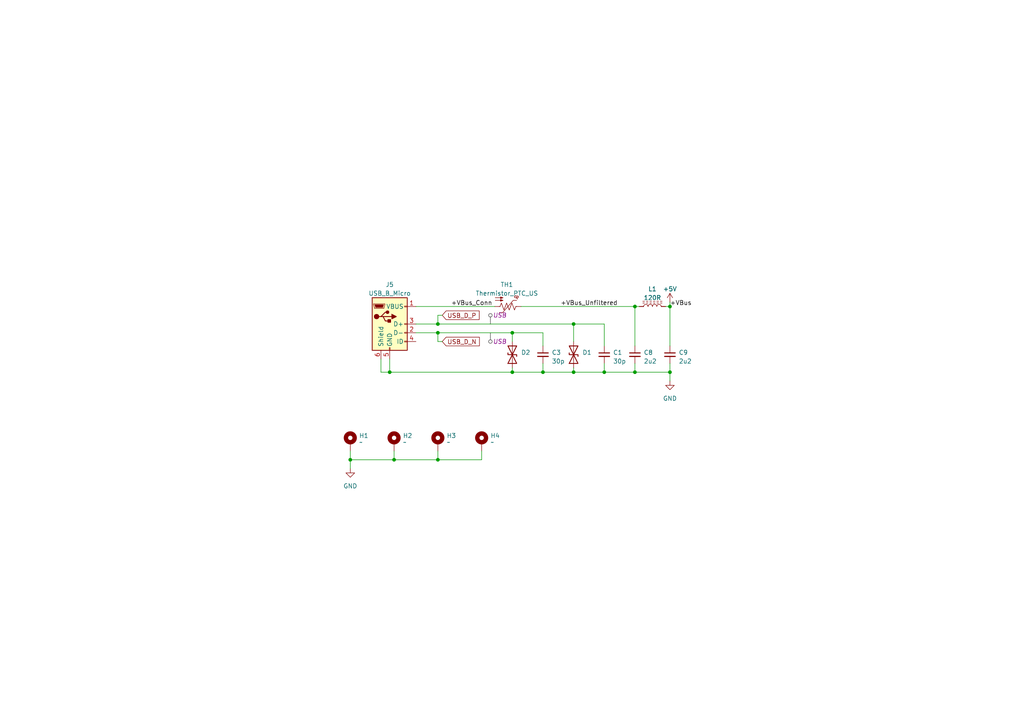
<source format=kicad_sch>
(kicad_sch (version 20250114) (generator "eeschema") (generator_version "9.0")
  (paper "A4")
  (lib_symbols
    (symbol "Connector:USB_B_Micro" (pin_names (offset 1.016))
      (property "Reference" "J" (at -5.08 11.43 0))
      (property "Value" "USB_B_Micro" (at -5.08 8.89 0))
      (symbol "USB_B_Micro_0_1"
        (rectangle (start -5.08 -7.62) (end 5.08 7.62) (stroke (width 0.254)) (fill (type background)))
        (polyline (pts (xy -4.699 5.842) (xy -4.699 5.588) (xy -4.445 4.826) (xy -4.445 4.572) (xy -1.651 4.572) (xy -1.651 4.826) (xy -1.397 5.588) (xy -1.397 5.842) (xy -4.699 5.842)))
        (polyline (pts (xy -4.318 5.588) (xy -1.778 5.588) (xy -2.032 4.826) (xy -4.064 4.826) (xy -4.318 5.588)) (fill (type outline)))
        (circle (center -3.81 2.159) (radius 0.635) (stroke (width 0.254)) (fill (type outline)))
        (polyline (pts (xy -3.175 2.159) (xy -2.54 2.159) (xy -1.27 3.429) (xy -0.635 3.429)) (stroke (width 0.254)))
        (polyline (pts (xy -2.54 2.159) (xy -1.905 2.159) (xy -1.27 0.889) (xy 0 0.889)) (stroke (width 0.254)))
        (polyline (pts (xy -1.905 2.159) (xy 0.635 2.159)) (stroke (width 0.254)))
        (circle (center -0.635 3.429) (radius 0.381) (stroke (width 0.254)) (fill (type outline)))
        (rectangle (start -0.127 -7.62) (end 0.127 -6.858))
        (rectangle (start 0.254 1.27) (end -0.508 0.508) (stroke (width 0.254)) (fill (type outline)))
        (polyline (pts (xy 0.635 2.794) (xy 0.635 1.524) (xy 1.905 2.159) (xy 0.635 2.794)) (stroke (width 0.254)) (fill (type outline)))
        (rectangle (start 5.08 4.953) (end 4.318 5.207))
        (rectangle (start 5.08 -0.127) (end 4.318 0.127))
        (rectangle (start 5.08 -2.667) (end 4.318 -2.413))
        (rectangle (start 5.08 -5.207) (end 4.318 -4.953))
      )
      (symbol "USB_B_Micro_1_1"
        (pin passive line (at -2.54 -10.16 90) (length 2.54) (name "Shield") (number "6"))
        (pin power_out line (at 0 -10.16 90) (length 2.54) (name "GND") (number "5"))
        (pin power_out line (at 7.62 5.08 180) (length 2.54) (name "VBUS") (number "1"))
        (pin bidirectional line (at 7.62 0 180) (length 2.54) (name "D+") (number "3"))
        (pin bidirectional line (at 7.62 -2.54 180) (length 2.54) (name "D-") (number "2"))
        (pin passive line (at 7.62 -5.08 180) (length 2.54) (name "ID") (number "4"))
      )
    )
    (symbol "Device:C_Small" (pin_numbers (hide yes)) (pin_names (offset 0.254) (hide yes))
      (property "Reference" "C" (at 0.254 1.778 0))
      (property "Value" "C_Small" (at 0.254 -2.032 0))
      (symbol "C_Small_0_1"
        (polyline (pts (xy -1.524 0.508) (xy 1.524 0.508)) (stroke (width 0.3048)))
        (polyline (pts (xy -1.524 -0.508) (xy 1.524 -0.508)) (stroke (width 0.3302)))
      )
      (symbol "C_Small_1_1"
        (pin passive line (at 0 2.54 270) (length 2.032) (name "~") (number "1"))
        (pin passive line (at 0 -2.54 90) (length 2.032) (name "~") (number "2"))
      )
    )
    (symbol "Device:D_TVS" (pin_numbers (hide yes)) (pin_names (offset 1.016) (hide yes))
      (property "Reference" "D" (at 0 2.54 0))
      (property "Value" "D_TVS" (at 0 -2.54 0))
      (symbol "D_TVS_0_1"
        (polyline (pts (xy -2.54 1.27) (xy -2.54 -1.27) (xy 2.54 1.27) (xy 2.54 -1.27) (xy -2.54 1.27)) (stroke (width 0.254)))
        (polyline (pts (xy 0.508 1.27) (xy 0 1.27) (xy 0 -1.27) (xy -0.508 -1.27)) (stroke (width 0.254)))
        (polyline (pts (xy 1.27 0) (xy -1.27 0)))
      )
      (symbol "D_TVS_1_1"
        (pin passive line (at -3.81 0 0) (length 2.54) (name "A1") (number "1"))
        (pin passive line (at 3.81 0 180) (length 2.54) (name "A2") (number "2"))
      )
    )
    (symbol "Device:L_Ferrite" (pin_numbers (hide yes)) (pin_names (offset 1.016) (hide yes))
      (property "Reference" "L" (at -1.27 0 90))
      (property "Value" "L_Ferrite" (at 2.794 0 90))
      (symbol "L_Ferrite_0_1"
        (arc (start 0 2.54) (mid 0.6323 1.905) (end 0 1.27))
        (arc (start 0 1.27) (mid 0.6323 0.635) (end 0 0))
        (arc (start 0 0) (mid 0.6323 -0.635) (end 0 -1.27))
        (arc (start 0 -1.27) (mid 0.6323 -1.905) (end 0 -2.54))
        (polyline (pts (xy 1.016 2.286) (xy 1.016 2.794)))
        (polyline (pts (xy 1.016 1.27) (xy 1.016 1.778)))
        (polyline (pts (xy 1.016 0.254) (xy 1.016 0.762)))
        (polyline (pts (xy 1.016 -0.762) (xy 1.016 -0.254)))
        (polyline (pts (xy 1.016 -1.778) (xy 1.016 -1.27)))
        (polyline (pts (xy 1.016 -2.794) (xy 1.016 -2.286)))
        (polyline (pts (xy 1.524 2.794) (xy 1.524 2.286)))
        (polyline (pts (xy 1.524 1.778) (xy 1.524 1.27)))
        (polyline (pts (xy 1.524 0.762) (xy 1.524 0.254)))
        (polyline (pts (xy 1.524 -0.254) (xy 1.524 -0.762)))
        (polyline (pts (xy 1.524 -1.27) (xy 1.524 -1.778)))
        (polyline (pts (xy 1.524 -2.286) (xy 1.524 -2.794)))
      )
      (symbol "L_Ferrite_1_1"
        (pin passive line (at 0 3.81 270) (length 1.27) (name "1") (number "1"))
        (pin passive line (at 0 -3.81 90) (length 1.27) (name "2") (number "2"))
      )
    )
    (symbol "Device:Thermistor_PTC_US" (pin_numbers (hide yes)) (pin_names (offset 0))
      (property "Reference" "TH" (at -4.064 0 90))
      (property "Value" "Thermistor_PTC_US" (at 3.048 0 90))
      (symbol "Thermistor_PTC_US_0_1"
        (arc (start -3.175 2.413) (mid -3.0506 2.3165) (end -3.048 2.159))
        (arc (start -3.048 2.794) (mid -2.9736 2.9736) (end -2.794 3.048))
        (arc (start -2.794 3.048) (mid -2.6144 2.9736) (end -2.54 2.794))
        (arc (start -2.794 2.54) (mid -2.9736 2.6144) (end -3.048 2.794))
        (arc (start -2.794 1.905) (mid -2.9736 1.9794) (end -3.048 2.159))
        (arc (start -2.54 2.159) (mid -2.6144 1.9794) (end -2.794 1.905))
        (arc (start -2.159 2.794) (mid -2.434 2.5608) (end -2.794 2.54))
        (polyline (pts (xy -2.54 2.159) (xy -2.54 2.794)))
        (polyline (pts (xy -2.54 -3.683) (xy -2.54 -1.397) (xy -2.794 -2.159) (xy -2.286 -2.159) (xy -2.54 -1.397) (xy -2.54 -1.651)) (fill (type outline)))
        (polyline (pts (xy -1.778 2.54) (xy -1.778 1.524) (xy 1.778 -1.524) (xy 1.778 -2.54)))
        (polyline (pts (xy -1.778 -3.683) (xy -1.778 -1.397) (xy -2.032 -2.159) (xy -1.524 -2.159) (xy -1.778 -1.397) (xy -1.778 -1.651)) (fill (type outline)))
        (polyline (pts (xy 0 2.286) (xy 0 2.54)))
        (polyline (pts (xy 0 2.286) (xy 1.016 1.905) (xy 0 1.524) (xy -1.016 1.143) (xy 0 0.762)))
        (polyline (pts (xy 0 0.762) (xy 1.016 0.381) (xy 0 0) (xy -1.016 -0.381) (xy 0 -0.762)))
        (polyline (pts (xy 0 -0.762) (xy 1.016 -1.143) (xy 0 -1.524) (xy -1.016 -1.905) (xy 0 -2.286)))
        (polyline (pts (xy 0 -2.286) (xy 0 -2.54)))
      )
      (symbol "Thermistor_PTC_US_1_1"
        (pin passive line (at 0 3.81 270) (length 1.27) (name "~") (number "1"))
        (pin passive line (at 0 -3.81 90) (length 1.27) (name "~") (number "2"))
      )
    )
    (symbol "Mechanical:MountingHole_Pad" (pin_numbers (hide yes)) (pin_names (offset 1.016) (hide yes)) (exclude_from_sim yes) (in_bom no)
      (property "Reference" "H" (at 0 6.35 0))
      (property "Value" "MountingHole_Pad" (at 0 4.445 0))
      (symbol "MountingHole_Pad_0_1"
        (circle (center 0 1.27) (radius 1.27) (stroke (width 1.27)))
      )
      (symbol "MountingHole_Pad_1_1"
        (pin input line (at 0 -2.54 90) (length 2.54) (name "1") (number "1"))
      )
    )
    (symbol "power:+5V" (power) (pin_names (offset 0))
      (property "Value" "+5V" (at 0 3.556 0))
      (symbol "+5V_0_1"
        (polyline (pts (xy -0.762 1.27) (xy 0 2.54)))
        (polyline (pts (xy 0 2.54) (xy 0.762 1.27)))
        (polyline (pts (xy 0 0) (xy 0 2.54)))
      )
      (symbol "+5V_1_1"
        (pin power_in line (at 0 0 90) (length 0) (hide yes) (name "+5V") (number "1"))
      )
    )
    (symbol "power:GND" (power) (pin_names (offset 0))
      (property "Value" "GND" (at 0 -3.81 0))
      (symbol "GND_0_1"
        (polyline (pts (xy 0 0) (xy 0 -1.27) (xy 1.27 -1.27) (xy 0 -2.54) (xy -1.27 -1.27) (xy 0 -1.27)))
      )
      (symbol "GND_1_1"
        (pin power_in line (at 0 0 270) (length 0) (hide yes) (name "GND") (number "1"))
      )
    )
  )
  (junction (at 184.15 88.9))
  (junction (at 113.03 107.95))
  (junction (at 175.26 107.95))
  (junction (at 166.37 107.95))
  (junction (at 148.59 107.95))
  (junction (at 184.15 107.95))
  (junction (at 127 93.98))
  (junction (at 194.31 88.9))
  (junction (at 157.48 107.95))
  (junction (at 127 96.52))
  (junction (at 166.37 93.98))
  (junction (at 114.3 133.35))
  (junction (at 127 133.35))
  (junction (at 101.6 133.35))
  (junction (at 194.31 107.95))
  (junction (at 148.59 96.52))
  (wire (pts (xy 113.03 107.95) (xy 148.59 107.95)))
  (wire (pts (xy 127 96.52) (xy 148.59 96.52)))
  (wire (pts (xy 101.6 133.35) (xy 101.6 135.89)))
  (wire (pts (xy 193.04 88.9) (xy 194.31 88.9)))
  (wire (pts (xy 184.15 88.9) (xy 185.42 88.9)))
  (wire (pts (xy 114.3 133.35) (xy 101.6 133.35)))
  (wire (pts (xy 184.15 107.95) (xy 184.15 105.41)))
  (wire (pts (xy 113.03 107.95) (xy 113.03 104.14)))
  (wire (pts (xy 139.7 130.81) (xy 139.7 133.35)))
  (wire (pts (xy 157.48 107.95) (xy 148.59 107.95)))
  (wire (pts (xy 120.65 96.52) (xy 127 96.52)))
  (wire (pts (xy 139.7 133.35) (xy 127 133.35)))
  (wire (pts (xy 157.48 96.52) (xy 157.48 100.33)))
  (wire (pts (xy 175.26 93.98) (xy 175.26 100.33)))
  (wire (pts (xy 166.37 107.95) (xy 157.48 107.95)))
  (wire (pts (xy 127 96.52) (xy 127 99.06)))
  (wire (pts (xy 101.6 130.81) (xy 101.6 133.35)))
  (wire (pts (xy 120.65 93.98) (xy 127 93.98)))
  (wire (pts (xy 184.15 88.9) (xy 184.15 100.33)))
  (wire (pts (xy 127 91.44) (xy 127 93.98)))
  (wire (pts (xy 194.31 107.95) (xy 194.31 105.41)))
  (wire (pts (xy 148.59 96.52) (xy 148.59 99.06)))
  (wire (pts (xy 175.26 107.95) (xy 166.37 107.95)))
  (wire (pts (xy 184.15 107.95) (xy 194.31 107.95)))
  (wire (pts (xy 157.48 105.41) (xy 157.48 107.95)))
  (wire (pts (xy 120.65 88.9) (xy 143.51 88.9)))
  (wire (pts (xy 194.31 107.95) (xy 194.31 110.49)))
  (wire (pts (xy 127 133.35) (xy 114.3 133.35)))
  (wire (pts (xy 166.37 106.68) (xy 166.37 107.95)))
  (wire (pts (xy 127 93.98) (xy 166.37 93.98)))
  (wire (pts (xy 151.13 88.9) (xy 184.15 88.9)))
  (wire (pts (xy 194.31 87.63) (xy 194.31 88.9)))
  (wire (pts (xy 175.26 105.41) (xy 175.26 107.95)))
  (wire (pts (xy 127 130.81) (xy 127 133.35)))
  (wire (pts (xy 148.59 96.52) (xy 157.48 96.52)))
  (wire (pts (xy 184.15 107.95) (xy 175.26 107.95)))
  (wire (pts (xy 194.31 88.9) (xy 194.31 100.33)))
  (wire (pts (xy 110.49 104.14) (xy 110.49 107.95)))
  (wire (pts (xy 148.59 106.68) (xy 148.59 107.95)))
  (wire (pts (xy 128.27 91.44) (xy 127 91.44)))
  (wire (pts (xy 114.3 130.81) (xy 114.3 133.35)))
  (wire (pts (xy 166.37 93.98) (xy 175.26 93.98)))
  (wire (pts (xy 166.37 93.98) (xy 166.37 99.06)))
  (wire (pts (xy 128.27 99.06) (xy 127 99.06)))
  (wire (pts (xy 110.49 107.95) (xy 113.03 107.95)))
  (label "+VBus_Unfiltered" (at 162.56 88.9 0))
  (label "+VBus" (at 194.31 88.9 0))
  (label "+VBus_Conn" (at 130.81 88.9 0))
  (global_label "USB_D_P" (shape input) (at 128.27 91.44 0) (property "Intersheetrefs" "${INTERSHEET_REFS}" (effects (hide yes))))
  (global_label "USB_D_N" (shape input) (at 128.27 99.06 0) (property "Intersheetrefs" "${INTERSHEET_REFS}" (effects (hide yes))))
  (netclass_flag "" (length 2.54) (shape round) (at 142.24 93.98 0) (property "Netclass" "USB" (at 142.9385 91.44 0) (effects (font (italic yes)) (justify left))))
  (netclass_flag "" (length 2.54) (shape round) (at 142.24 96.52 180) (property "Netclass" "USB" (at 142.9385 99.06 0) (effects (font (italic yes)) (justify left))))
  (symbol (lib_id "Mechanical:MountingHole_Pad") (at 114.3 128.27 0) (unit 1) (exclude_from_sim yes) (in_bom no)
    (property "Reference" "H2" (at 116.84 126.3649 0) (effects (justify left)))
    (property "Value" "~" (at 116.84 128.27 0) (effects (justify left)))
    (property "Footprint" "MountingHole:MountingHole_2.7mm_M2.5_DIN965_Pad" (effects (hide yes)))
    (property "Description" "Mounting Hole with connection" (effects (hide yes)))
  )
  (symbol (lib_id "Device:D_TVS") (at 148.59 102.87 90) (unit 1)
    (property "Reference" "D2" (at 151.13 102.235 90) (effects (justify right)))
    (property "Value" "0603ESDA-MLP7" (effects (hide yes)))
    (property "Footprint" "Diode_SMD:D_0603_1608Metric_Pad1.05x0.95mm_HandSolder" (effects (hide yes)))
  )
  (symbol (lib_id "power:GND") (at 194.31 110.49 0) (unit 1)
    (property "Reference" "#PWR021" (effects (hide yes)))
    (property "Value" "GND" (at 194.31 115.57 0))
  )
  (symbol (lib_id "Device:D_TVS") (at 166.37 102.87 90) (unit 1)
    (property "Reference" "D1" (at 168.91 102.235 90) (effects (justify right)))
    (property "Value" "0603ESDA-MLP7" (effects (hide yes)))
    (property "Footprint" "Diode_SMD:D_0603_1608Metric_Pad1.05x0.95mm_HandSolder" (effects (hide yes)))
  )
  (symbol (lib_id "Connector:USB_B_Micro") (at 113.03 93.98 0) (unit 1)
    (property "Reference" "J5" (at 113.03 82.55 0))
    (property "Value" "USB_B_Micro" (at 113.03 85.09 0))
    (property "Footprint" "Connector_USB:USB_Micro-B_Amphenol_10118193-0001LF_Horizontal" (effects (hide yes)))
    (property "Description" "USB Micro Type B connector" (effects (hide yes)))
  )
  (symbol (lib_id "Mechanical:MountingHole_Pad") (at 127 128.27 0) (unit 1) (exclude_from_sim yes) (in_bom no)
    (property "Reference" "H3" (at 129.54 126.3649 0) (effects (justify left)))
    (property "Value" "~" (at 129.54 128.27 0) (effects (justify left)))
    (property "Footprint" "MountingHole:MountingHole_2.7mm_M2.5_DIN965_Pad" (effects (hide yes)))
    (property "Description" "Mounting Hole with connection" (effects (hide yes)))
  )
  (symbol (lib_id "Device:C_Small") (at 184.15 102.87 0) (unit 1)
    (property "Reference" "C8" (at 186.69 102.2413 0) (effects (justify left)))
    (property "Value" "2u2" (at 186.69 104.7813 0) (effects (justify left)))
    (property "Footprint" "Capacitor_SMD:C_1206_3216Metric_Pad1.33x1.80mm_HandSolder" (effects (hide yes)))
  )
  (symbol (lib_id "Device:C_Small") (at 175.26 102.87 0) (unit 1)
    (property "Reference" "C1" (at 177.8 102.2413 0) (effects (justify left)))
    (property "Value" "30p" (at 177.8 104.7813 0) (effects (justify left)))
    (property "Footprint" "Capacitor_SMD:C_1206_3216Metric_Pad1.33x1.80mm_HandSolder" (effects (hide yes)))
  )
  (symbol (lib_id "power:GND") (at 101.6 135.89 0) (unit 1)
    (property "Reference" "#PWR03" (effects (hide yes)))
    (property "Value" "GND" (at 101.6 140.97 0))
  )
  (symbol (lib_id "Device:L_Ferrite") (at 189.23 88.9 90) (unit 1)
    (property "Reference" "L1" (at 189.23 83.82 90))
    (property "Value" "120R" (at 189.23 86.36 90))
    (property "Footprint" "Inductor_SMD:L_1206_3216Metric_Pad1.42x1.75mm_HandSolder" (effects (hide yes)))
  )
  (symbol (lib_id "Mechanical:MountingHole_Pad") (at 139.7 128.27 0) (unit 1) (exclude_from_sim yes) (in_bom no)
    (property "Reference" "H4" (at 142.24 126.3649 0) (effects (justify left)))
    (property "Value" "~" (at 142.24 128.27 0) (effects (justify left)))
    (property "Footprint" "MountingHole:MountingHole_2.7mm_M2.5_DIN965_Pad" (effects (hide yes)))
    (property "Description" "Mounting Hole with connection" (effects (hide yes)))
  )
  (symbol (lib_id "power:+5V") (at 194.31 87.63 0) (unit 1)
    (property "Reference" "#PWR020" (effects (hide yes)))
    (property "Value" "+5V" (at 194.31 83.82 0))
  )
  (symbol (lib_id "Device:C_Small") (at 157.48 102.87 0) (unit 1)
    (property "Reference" "C3" (at 160.02 102.2413 0) (effects (justify left)))
    (property "Value" "30p" (at 160.02 104.7813 0) (effects (justify left)))
    (property "Footprint" "Capacitor_SMD:C_1206_3216Metric_Pad1.33x1.80mm_HandSolder" (effects (hide yes)))
  )
  (symbol (lib_id "Device:Thermistor_PTC_US") (at 147.32 88.9 270) (unit 1)
    (property "Reference" "TH1" (at 147.0025 82.55 90))
    (property "Value" "Thermistor_PTC_US" (at 147.0025 85.09 90))
    (property "Footprint" "Resistor_SMD:R_1206_3216Metric_Pad1.30x1.75mm_HandSolder" (effects (hide yes)))
  )
  (symbol (lib_id "Mechanical:MountingHole_Pad") (at 101.6 128.27 0) (unit 1) (exclude_from_sim yes) (in_bom no)
    (property "Reference" "H1" (at 104.14 126.3649 0) (effects (justify left)))
    (property "Value" "~" (at 104.14 128.27 0) (effects (justify left)))
    (property "Footprint" "MountingHole:MountingHole_2.7mm_M2.5_DIN965_Pad" (effects (hide yes)))
    (property "Description" "Mounting Hole with connection" (effects (hide yes)))
  )
  (symbol (lib_id "Device:C_Small") (at 194.31 102.87 0) (unit 1)
    (property "Reference" "C9" (at 196.85 102.2413 0) (effects (justify left)))
    (property "Value" "2u2" (at 196.85 104.7813 0) (effects (justify left)))
    (property "Footprint" "Capacitor_SMD:C_1206_3216Metric_Pad1.33x1.80mm_HandSolder" (effects (hide yes)))
  )
)
</source>
